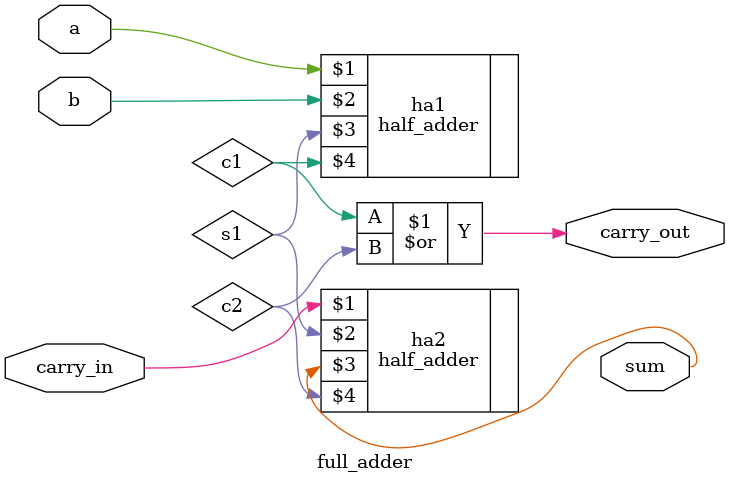
<source format=v>
module full_adder(a,b,carry_in,sum,carry_out);
	
input a,b,carry_in;
output sum,carry_out;
wire s1,c1,c2;

half_adder ha1(a,b,s1,c1);
half_adder ha2(carry_in,s1,sum,c2);
or(carry_out,c1,c2);

endmodule
</source>
